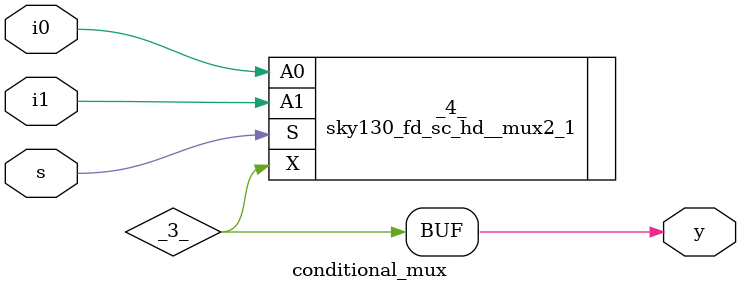
<source format=v>
/* Generated by Yosys 0.32+51 (git sha1 6405bbab1, gcc 12.3.0-1ubuntu1~22.04 -fPIC -Os) */

(* top =  1  *)
(* src = "conditional_mux.v:1.1-5.10" *)
module conditional_mux(i0, i1, s, y);
  (* src = "conditional_mux.v:2.7-2.9" *)
  wire _0_;
  (* src = "conditional_mux.v:2.10-2.12" *)
  wire _1_;
  (* src = "conditional_mux.v:2.13-2.14" *)
  wire _2_;
  (* src = "conditional_mux.v:3.8-3.9" *)
  wire _3_;
  (* src = "conditional_mux.v:2.7-2.9" *)
  input i0;
  wire i0;
  (* src = "conditional_mux.v:2.10-2.12" *)
  input i1;
  wire i1;
  (* src = "conditional_mux.v:2.13-2.14" *)
  input s;
  wire s;
  (* src = "conditional_mux.v:3.8-3.9" *)
  output y;
  wire y;
  sky130_fd_sc_hd__mux2_1 _4_ (
    .A0(_0_),
    .A1(_1_),
    .S(_2_),
    .X(_3_)
  );
  assign _0_ = i0;
  assign _1_ = i1;
  assign _2_ = s;
  assign y = _3_;
endmodule

</source>
